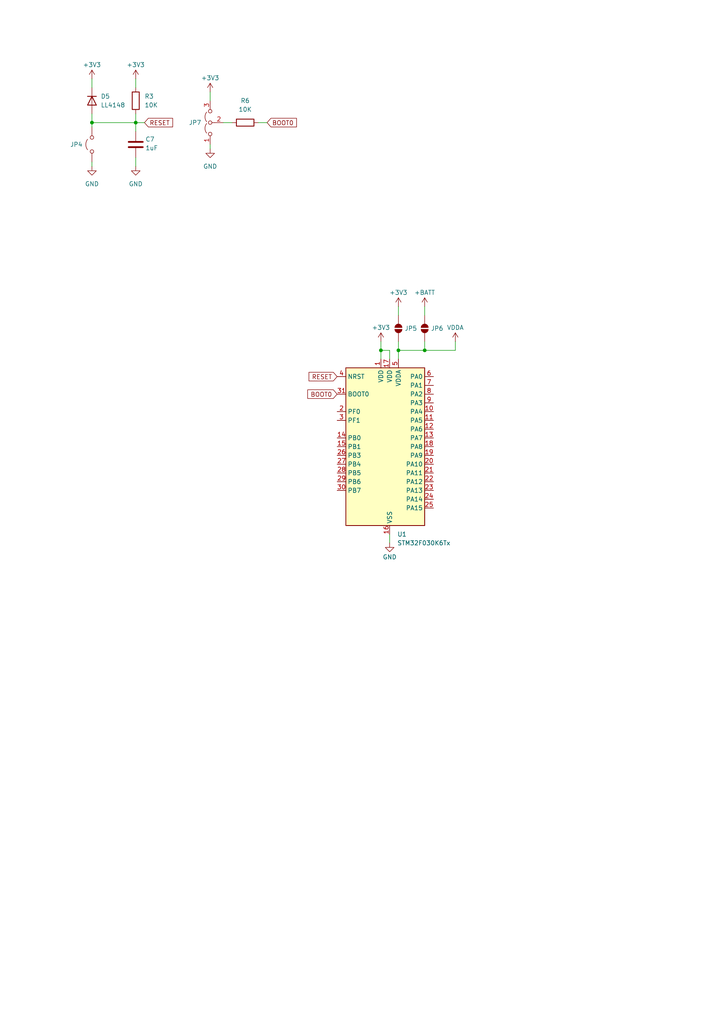
<source format=kicad_sch>
(kicad_sch
	(version 20231120)
	(generator "eeschema")
	(generator_version "8.0")
	(uuid "2299aa35-70d3-45eb-9726-8fe842efacc7")
	(paper "A4" portrait)
	(lib_symbols
		(symbol "Device:C"
			(pin_numbers hide)
			(pin_names
				(offset 0.254)
			)
			(exclude_from_sim no)
			(in_bom yes)
			(on_board yes)
			(property "Reference" "C"
				(at 0.635 2.54 0)
				(effects
					(font
						(size 1.27 1.27)
					)
					(justify left)
				)
			)
			(property "Value" "C"
				(at 0.635 -2.54 0)
				(effects
					(font
						(size 1.27 1.27)
					)
					(justify left)
				)
			)
			(property "Footprint" ""
				(at 0.9652 -3.81 0)
				(effects
					(font
						(size 1.27 1.27)
					)
					(hide yes)
				)
			)
			(property "Datasheet" "~"
				(at 0 0 0)
				(effects
					(font
						(size 1.27 1.27)
					)
					(hide yes)
				)
			)
			(property "Description" "Unpolarized capacitor"
				(at 0 0 0)
				(effects
					(font
						(size 1.27 1.27)
					)
					(hide yes)
				)
			)
			(property "ki_keywords" "cap capacitor"
				(at 0 0 0)
				(effects
					(font
						(size 1.27 1.27)
					)
					(hide yes)
				)
			)
			(property "ki_fp_filters" "C_*"
				(at 0 0 0)
				(effects
					(font
						(size 1.27 1.27)
					)
					(hide yes)
				)
			)
			(symbol "C_0_1"
				(polyline
					(pts
						(xy -2.032 -0.762) (xy 2.032 -0.762)
					)
					(stroke
						(width 0.508)
						(type default)
					)
					(fill
						(type none)
					)
				)
				(polyline
					(pts
						(xy -2.032 0.762) (xy 2.032 0.762)
					)
					(stroke
						(width 0.508)
						(type default)
					)
					(fill
						(type none)
					)
				)
			)
			(symbol "C_1_1"
				(pin passive line
					(at 0 3.81 270)
					(length 2.794)
					(name "~"
						(effects
							(font
								(size 1.27 1.27)
							)
						)
					)
					(number "1"
						(effects
							(font
								(size 1.27 1.27)
							)
						)
					)
				)
				(pin passive line
					(at 0 -3.81 90)
					(length 2.794)
					(name "~"
						(effects
							(font
								(size 1.27 1.27)
							)
						)
					)
					(number "2"
						(effects
							(font
								(size 1.27 1.27)
							)
						)
					)
				)
			)
		)
		(symbol "Device:R"
			(pin_numbers hide)
			(pin_names
				(offset 0)
			)
			(exclude_from_sim no)
			(in_bom yes)
			(on_board yes)
			(property "Reference" "R"
				(at 2.032 0 90)
				(effects
					(font
						(size 1.27 1.27)
					)
				)
			)
			(property "Value" "R"
				(at 0 0 90)
				(effects
					(font
						(size 1.27 1.27)
					)
				)
			)
			(property "Footprint" ""
				(at -1.778 0 90)
				(effects
					(font
						(size 1.27 1.27)
					)
					(hide yes)
				)
			)
			(property "Datasheet" "~"
				(at 0 0 0)
				(effects
					(font
						(size 1.27 1.27)
					)
					(hide yes)
				)
			)
			(property "Description" "Resistor"
				(at 0 0 0)
				(effects
					(font
						(size 1.27 1.27)
					)
					(hide yes)
				)
			)
			(property "ki_keywords" "R res resistor"
				(at 0 0 0)
				(effects
					(font
						(size 1.27 1.27)
					)
					(hide yes)
				)
			)
			(property "ki_fp_filters" "R_*"
				(at 0 0 0)
				(effects
					(font
						(size 1.27 1.27)
					)
					(hide yes)
				)
			)
			(symbol "R_0_1"
				(rectangle
					(start -1.016 -2.54)
					(end 1.016 2.54)
					(stroke
						(width 0.254)
						(type default)
					)
					(fill
						(type none)
					)
				)
			)
			(symbol "R_1_1"
				(pin passive line
					(at 0 3.81 270)
					(length 1.27)
					(name "~"
						(effects
							(font
								(size 1.27 1.27)
							)
						)
					)
					(number "1"
						(effects
							(font
								(size 1.27 1.27)
							)
						)
					)
				)
				(pin passive line
					(at 0 -3.81 90)
					(length 1.27)
					(name "~"
						(effects
							(font
								(size 1.27 1.27)
							)
						)
					)
					(number "2"
						(effects
							(font
								(size 1.27 1.27)
							)
						)
					)
				)
			)
		)
		(symbol "Diode:LL4148"
			(pin_numbers hide)
			(pin_names hide)
			(exclude_from_sim no)
			(in_bom yes)
			(on_board yes)
			(property "Reference" "D"
				(at 0 2.54 0)
				(effects
					(font
						(size 1.27 1.27)
					)
				)
			)
			(property "Value" "LL4148"
				(at 0 -2.54 0)
				(effects
					(font
						(size 1.27 1.27)
					)
				)
			)
			(property "Footprint" "Diode_SMD:D_MiniMELF"
				(at 0 -4.445 0)
				(effects
					(font
						(size 1.27 1.27)
					)
					(hide yes)
				)
			)
			(property "Datasheet" "http://www.vishay.com/docs/85557/ll4148.pdf"
				(at 0 0 0)
				(effects
					(font
						(size 1.27 1.27)
					)
					(hide yes)
				)
			)
			(property "Description" "100V 0.15A standard switching diode, MiniMELF"
				(at 0 0 0)
				(effects
					(font
						(size 1.27 1.27)
					)
					(hide yes)
				)
			)
			(property "Sim.Device" "D"
				(at 0 0 0)
				(effects
					(font
						(size 1.27 1.27)
					)
					(hide yes)
				)
			)
			(property "Sim.Pins" "1=K 2=A"
				(at 0 0 0)
				(effects
					(font
						(size 1.27 1.27)
					)
					(hide yes)
				)
			)
			(property "ki_keywords" "diode"
				(at 0 0 0)
				(effects
					(font
						(size 1.27 1.27)
					)
					(hide yes)
				)
			)
			(property "ki_fp_filters" "D*MiniMELF*"
				(at 0 0 0)
				(effects
					(font
						(size 1.27 1.27)
					)
					(hide yes)
				)
			)
			(symbol "LL4148_0_1"
				(polyline
					(pts
						(xy -1.27 1.27) (xy -1.27 -1.27)
					)
					(stroke
						(width 0.254)
						(type default)
					)
					(fill
						(type none)
					)
				)
				(polyline
					(pts
						(xy 1.27 0) (xy -1.27 0)
					)
					(stroke
						(width 0)
						(type default)
					)
					(fill
						(type none)
					)
				)
				(polyline
					(pts
						(xy 1.27 1.27) (xy 1.27 -1.27) (xy -1.27 0) (xy 1.27 1.27)
					)
					(stroke
						(width 0.254)
						(type default)
					)
					(fill
						(type none)
					)
				)
			)
			(symbol "LL4148_1_1"
				(pin passive line
					(at -3.81 0 0)
					(length 2.54)
					(name "K"
						(effects
							(font
								(size 1.27 1.27)
							)
						)
					)
					(number "1"
						(effects
							(font
								(size 1.27 1.27)
							)
						)
					)
				)
				(pin passive line
					(at 3.81 0 180)
					(length 2.54)
					(name "A"
						(effects
							(font
								(size 1.27 1.27)
							)
						)
					)
					(number "2"
						(effects
							(font
								(size 1.27 1.27)
							)
						)
					)
				)
			)
		)
		(symbol "Jumper:Jumper_2_Open"
			(pin_numbers hide)
			(pin_names
				(offset 0) hide)
			(exclude_from_sim yes)
			(in_bom yes)
			(on_board yes)
			(property "Reference" "JP"
				(at 0 2.794 0)
				(effects
					(font
						(size 1.27 1.27)
					)
				)
			)
			(property "Value" "Jumper_2_Open"
				(at 0 -2.286 0)
				(effects
					(font
						(size 1.27 1.27)
					)
				)
			)
			(property "Footprint" ""
				(at 0 0 0)
				(effects
					(font
						(size 1.27 1.27)
					)
					(hide yes)
				)
			)
			(property "Datasheet" "~"
				(at 0 0 0)
				(effects
					(font
						(size 1.27 1.27)
					)
					(hide yes)
				)
			)
			(property "Description" "Jumper, 2-pole, open"
				(at 0 0 0)
				(effects
					(font
						(size 1.27 1.27)
					)
					(hide yes)
				)
			)
			(property "ki_keywords" "Jumper SPST"
				(at 0 0 0)
				(effects
					(font
						(size 1.27 1.27)
					)
					(hide yes)
				)
			)
			(property "ki_fp_filters" "Jumper* TestPoint*2Pads* TestPoint*Bridge*"
				(at 0 0 0)
				(effects
					(font
						(size 1.27 1.27)
					)
					(hide yes)
				)
			)
			(symbol "Jumper_2_Open_0_0"
				(circle
					(center -2.032 0)
					(radius 0.508)
					(stroke
						(width 0)
						(type default)
					)
					(fill
						(type none)
					)
				)
				(circle
					(center 2.032 0)
					(radius 0.508)
					(stroke
						(width 0)
						(type default)
					)
					(fill
						(type none)
					)
				)
			)
			(symbol "Jumper_2_Open_0_1"
				(arc
					(start 1.524 1.27)
					(mid 0 1.778)
					(end -1.524 1.27)
					(stroke
						(width 0)
						(type default)
					)
					(fill
						(type none)
					)
				)
			)
			(symbol "Jumper_2_Open_1_1"
				(pin passive line
					(at -5.08 0 0)
					(length 2.54)
					(name "A"
						(effects
							(font
								(size 1.27 1.27)
							)
						)
					)
					(number "1"
						(effects
							(font
								(size 1.27 1.27)
							)
						)
					)
				)
				(pin passive line
					(at 5.08 0 180)
					(length 2.54)
					(name "B"
						(effects
							(font
								(size 1.27 1.27)
							)
						)
					)
					(number "2"
						(effects
							(font
								(size 1.27 1.27)
							)
						)
					)
				)
			)
		)
		(symbol "Jumper:Jumper_3_Open"
			(pin_names
				(offset 0) hide)
			(exclude_from_sim yes)
			(in_bom no)
			(on_board yes)
			(property "Reference" "JP"
				(at -2.54 -2.54 0)
				(effects
					(font
						(size 1.27 1.27)
					)
				)
			)
			(property "Value" "Jumper_3_Open"
				(at 0 2.794 0)
				(effects
					(font
						(size 1.27 1.27)
					)
				)
			)
			(property "Footprint" ""
				(at 0 0 0)
				(effects
					(font
						(size 1.27 1.27)
					)
					(hide yes)
				)
			)
			(property "Datasheet" "~"
				(at 0 0 0)
				(effects
					(font
						(size 1.27 1.27)
					)
					(hide yes)
				)
			)
			(property "Description" "Jumper, 3-pole, both open"
				(at 0 0 0)
				(effects
					(font
						(size 1.27 1.27)
					)
					(hide yes)
				)
			)
			(property "ki_keywords" "Jumper SPDT"
				(at 0 0 0)
				(effects
					(font
						(size 1.27 1.27)
					)
					(hide yes)
				)
			)
			(property "ki_fp_filters" "Jumper* TestPoint*3Pads* TestPoint*Bridge*"
				(at 0 0 0)
				(effects
					(font
						(size 1.27 1.27)
					)
					(hide yes)
				)
			)
			(symbol "Jumper_3_Open_0_0"
				(circle
					(center -3.302 0)
					(radius 0.508)
					(stroke
						(width 0)
						(type default)
					)
					(fill
						(type none)
					)
				)
				(circle
					(center 0 0)
					(radius 0.508)
					(stroke
						(width 0)
						(type default)
					)
					(fill
						(type none)
					)
				)
				(circle
					(center 3.302 0)
					(radius 0.508)
					(stroke
						(width 0)
						(type default)
					)
					(fill
						(type none)
					)
				)
			)
			(symbol "Jumper_3_Open_0_1"
				(arc
					(start -0.254 1.016)
					(mid -1.651 1.4992)
					(end -3.048 1.016)
					(stroke
						(width 0)
						(type default)
					)
					(fill
						(type none)
					)
				)
				(polyline
					(pts
						(xy 0 -0.508) (xy 0 -1.27)
					)
					(stroke
						(width 0)
						(type default)
					)
					(fill
						(type none)
					)
				)
				(arc
					(start 3.048 1.016)
					(mid 1.651 1.4992)
					(end 0.254 1.016)
					(stroke
						(width 0)
						(type default)
					)
					(fill
						(type none)
					)
				)
			)
			(symbol "Jumper_3_Open_1_1"
				(pin passive line
					(at -6.35 0 0)
					(length 2.54)
					(name "A"
						(effects
							(font
								(size 1.27 1.27)
							)
						)
					)
					(number "1"
						(effects
							(font
								(size 1.27 1.27)
							)
						)
					)
				)
				(pin passive line
					(at 0 -3.81 90)
					(length 2.54)
					(name "C"
						(effects
							(font
								(size 1.27 1.27)
							)
						)
					)
					(number "2"
						(effects
							(font
								(size 1.27 1.27)
							)
						)
					)
				)
				(pin passive line
					(at 6.35 0 180)
					(length 2.54)
					(name "B"
						(effects
							(font
								(size 1.27 1.27)
							)
						)
					)
					(number "3"
						(effects
							(font
								(size 1.27 1.27)
							)
						)
					)
				)
			)
		)
		(symbol "Jumper:SolderJumper_2_Open"
			(pin_numbers hide)
			(pin_names
				(offset 0) hide)
			(exclude_from_sim yes)
			(in_bom no)
			(on_board yes)
			(property "Reference" "JP"
				(at 0 2.032 0)
				(effects
					(font
						(size 1.27 1.27)
					)
				)
			)
			(property "Value" "SolderJumper_2_Open"
				(at 0 -2.54 0)
				(effects
					(font
						(size 1.27 1.27)
					)
				)
			)
			(property "Footprint" ""
				(at 0 0 0)
				(effects
					(font
						(size 1.27 1.27)
					)
					(hide yes)
				)
			)
			(property "Datasheet" "~"
				(at 0 0 0)
				(effects
					(font
						(size 1.27 1.27)
					)
					(hide yes)
				)
			)
			(property "Description" "Solder Jumper, 2-pole, open"
				(at 0 0 0)
				(effects
					(font
						(size 1.27 1.27)
					)
					(hide yes)
				)
			)
			(property "ki_keywords" "solder jumper SPST"
				(at 0 0 0)
				(effects
					(font
						(size 1.27 1.27)
					)
					(hide yes)
				)
			)
			(property "ki_fp_filters" "SolderJumper*Open*"
				(at 0 0 0)
				(effects
					(font
						(size 1.27 1.27)
					)
					(hide yes)
				)
			)
			(symbol "SolderJumper_2_Open_0_1"
				(arc
					(start -0.254 1.016)
					(mid -1.2656 0)
					(end -0.254 -1.016)
					(stroke
						(width 0)
						(type default)
					)
					(fill
						(type none)
					)
				)
				(arc
					(start -0.254 1.016)
					(mid -1.2656 0)
					(end -0.254 -1.016)
					(stroke
						(width 0)
						(type default)
					)
					(fill
						(type outline)
					)
				)
				(polyline
					(pts
						(xy -0.254 1.016) (xy -0.254 -1.016)
					)
					(stroke
						(width 0)
						(type default)
					)
					(fill
						(type none)
					)
				)
				(polyline
					(pts
						(xy 0.254 1.016) (xy 0.254 -1.016)
					)
					(stroke
						(width 0)
						(type default)
					)
					(fill
						(type none)
					)
				)
				(arc
					(start 0.254 -1.016)
					(mid 1.2656 0)
					(end 0.254 1.016)
					(stroke
						(width 0)
						(type default)
					)
					(fill
						(type none)
					)
				)
				(arc
					(start 0.254 -1.016)
					(mid 1.2656 0)
					(end 0.254 1.016)
					(stroke
						(width 0)
						(type default)
					)
					(fill
						(type outline)
					)
				)
			)
			(symbol "SolderJumper_2_Open_1_1"
				(pin passive line
					(at -3.81 0 0)
					(length 2.54)
					(name "A"
						(effects
							(font
								(size 1.27 1.27)
							)
						)
					)
					(number "1"
						(effects
							(font
								(size 1.27 1.27)
							)
						)
					)
				)
				(pin passive line
					(at 3.81 0 180)
					(length 2.54)
					(name "B"
						(effects
							(font
								(size 1.27 1.27)
							)
						)
					)
					(number "2"
						(effects
							(font
								(size 1.27 1.27)
							)
						)
					)
				)
			)
		)
		(symbol "MCU_ST_STM32F0:STM32F030K6Tx"
			(exclude_from_sim no)
			(in_bom yes)
			(on_board yes)
			(property "Reference" "U"
				(at -10.16 24.13 0)
				(effects
					(font
						(size 1.27 1.27)
					)
					(justify left)
				)
			)
			(property "Value" "STM32F030K6Tx"
				(at 7.62 24.13 0)
				(effects
					(font
						(size 1.27 1.27)
					)
					(justify left)
				)
			)
			(property "Footprint" "Package_QFP:LQFP-32_7x7mm_P0.8mm"
				(at -10.16 -22.86 0)
				(effects
					(font
						(size 1.27 1.27)
					)
					(justify right)
					(hide yes)
				)
			)
			(property "Datasheet" "https://www.st.com/resource/en/datasheet/stm32f030k6.pdf"
				(at 0 0 0)
				(effects
					(font
						(size 1.27 1.27)
					)
					(hide yes)
				)
			)
			(property "Description" "STMicroelectronics Arm Cortex-M0 MCU, 32KB flash, 4KB RAM, 48 MHz, 2.4-3.6V, 25 GPIO, LQFP32"
				(at 0 0 0)
				(effects
					(font
						(size 1.27 1.27)
					)
					(hide yes)
				)
			)
			(property "ki_locked" ""
				(at 0 0 0)
				(effects
					(font
						(size 1.27 1.27)
					)
				)
			)
			(property "ki_keywords" "Arm Cortex-M0 STM32F0 STM32F0x0 Value Line"
				(at 0 0 0)
				(effects
					(font
						(size 1.27 1.27)
					)
					(hide yes)
				)
			)
			(property "ki_fp_filters" "LQFP*7x7mm*P0.8mm*"
				(at 0 0 0)
				(effects
					(font
						(size 1.27 1.27)
					)
					(hide yes)
				)
			)
			(symbol "STM32F030K6Tx_0_1"
				(rectangle
					(start -10.16 -22.86)
					(end 12.7 22.86)
					(stroke
						(width 0.254)
						(type default)
					)
					(fill
						(type background)
					)
				)
			)
			(symbol "STM32F030K6Tx_1_1"
				(pin power_in line
					(at 0 25.4 270)
					(length 2.54)
					(name "VDD"
						(effects
							(font
								(size 1.27 1.27)
							)
						)
					)
					(number "1"
						(effects
							(font
								(size 1.27 1.27)
							)
						)
					)
				)
				(pin bidirectional line
					(at 15.24 10.16 180)
					(length 2.54)
					(name "PA4"
						(effects
							(font
								(size 1.27 1.27)
							)
						)
					)
					(number "10"
						(effects
							(font
								(size 1.27 1.27)
							)
						)
					)
					(alternate "ADC_IN4" bidirectional line)
					(alternate "SPI1_NSS" bidirectional line)
					(alternate "TIM14_CH1" bidirectional line)
					(alternate "USART1_CK" bidirectional line)
				)
				(pin bidirectional line
					(at 15.24 7.62 180)
					(length 2.54)
					(name "PA5"
						(effects
							(font
								(size 1.27 1.27)
							)
						)
					)
					(number "11"
						(effects
							(font
								(size 1.27 1.27)
							)
						)
					)
					(alternate "ADC_IN5" bidirectional line)
					(alternate "SPI1_SCK" bidirectional line)
				)
				(pin bidirectional line
					(at 15.24 5.08 180)
					(length 2.54)
					(name "PA6"
						(effects
							(font
								(size 1.27 1.27)
							)
						)
					)
					(number "12"
						(effects
							(font
								(size 1.27 1.27)
							)
						)
					)
					(alternate "ADC_IN6" bidirectional line)
					(alternate "SPI1_MISO" bidirectional line)
					(alternate "TIM16_CH1" bidirectional line)
					(alternate "TIM1_BKIN" bidirectional line)
					(alternate "TIM3_CH1" bidirectional line)
				)
				(pin bidirectional line
					(at 15.24 2.54 180)
					(length 2.54)
					(name "PA7"
						(effects
							(font
								(size 1.27 1.27)
							)
						)
					)
					(number "13"
						(effects
							(font
								(size 1.27 1.27)
							)
						)
					)
					(alternate "ADC_IN7" bidirectional line)
					(alternate "SPI1_MOSI" bidirectional line)
					(alternate "TIM14_CH1" bidirectional line)
					(alternate "TIM17_CH1" bidirectional line)
					(alternate "TIM1_CH1N" bidirectional line)
					(alternate "TIM3_CH2" bidirectional line)
				)
				(pin bidirectional line
					(at -12.7 2.54 0)
					(length 2.54)
					(name "PB0"
						(effects
							(font
								(size 1.27 1.27)
							)
						)
					)
					(number "14"
						(effects
							(font
								(size 1.27 1.27)
							)
						)
					)
					(alternate "ADC_IN8" bidirectional line)
					(alternate "TIM1_CH2N" bidirectional line)
					(alternate "TIM3_CH3" bidirectional line)
				)
				(pin bidirectional line
					(at -12.7 0 0)
					(length 2.54)
					(name "PB1"
						(effects
							(font
								(size 1.27 1.27)
							)
						)
					)
					(number "15"
						(effects
							(font
								(size 1.27 1.27)
							)
						)
					)
					(alternate "ADC_IN9" bidirectional line)
					(alternate "TIM14_CH1" bidirectional line)
					(alternate "TIM1_CH3N" bidirectional line)
					(alternate "TIM3_CH4" bidirectional line)
				)
				(pin power_in line
					(at 2.54 -25.4 90)
					(length 2.54)
					(name "VSS"
						(effects
							(font
								(size 1.27 1.27)
							)
						)
					)
					(number "16"
						(effects
							(font
								(size 1.27 1.27)
							)
						)
					)
				)
				(pin power_in line
					(at 2.54 25.4 270)
					(length 2.54)
					(name "VDD"
						(effects
							(font
								(size 1.27 1.27)
							)
						)
					)
					(number "17"
						(effects
							(font
								(size 1.27 1.27)
							)
						)
					)
				)
				(pin bidirectional line
					(at 15.24 0 180)
					(length 2.54)
					(name "PA8"
						(effects
							(font
								(size 1.27 1.27)
							)
						)
					)
					(number "18"
						(effects
							(font
								(size 1.27 1.27)
							)
						)
					)
					(alternate "RCC_MCO" bidirectional line)
					(alternate "TIM1_CH1" bidirectional line)
					(alternate "USART1_CK" bidirectional line)
				)
				(pin bidirectional line
					(at 15.24 -2.54 180)
					(length 2.54)
					(name "PA9"
						(effects
							(font
								(size 1.27 1.27)
							)
						)
					)
					(number "19"
						(effects
							(font
								(size 1.27 1.27)
							)
						)
					)
					(alternate "I2C1_SCL" bidirectional line)
					(alternate "TIM1_CH2" bidirectional line)
					(alternate "USART1_TX" bidirectional line)
				)
				(pin bidirectional line
					(at -12.7 10.16 0)
					(length 2.54)
					(name "PF0"
						(effects
							(font
								(size 1.27 1.27)
							)
						)
					)
					(number "2"
						(effects
							(font
								(size 1.27 1.27)
							)
						)
					)
					(alternate "RCC_OSC_IN" bidirectional line)
				)
				(pin bidirectional line
					(at 15.24 -5.08 180)
					(length 2.54)
					(name "PA10"
						(effects
							(font
								(size 1.27 1.27)
							)
						)
					)
					(number "20"
						(effects
							(font
								(size 1.27 1.27)
							)
						)
					)
					(alternate "I2C1_SDA" bidirectional line)
					(alternate "TIM17_BKIN" bidirectional line)
					(alternate "TIM1_CH3" bidirectional line)
					(alternate "USART1_RX" bidirectional line)
				)
				(pin bidirectional line
					(at 15.24 -7.62 180)
					(length 2.54)
					(name "PA11"
						(effects
							(font
								(size 1.27 1.27)
							)
						)
					)
					(number "21"
						(effects
							(font
								(size 1.27 1.27)
							)
						)
					)
					(alternate "TIM1_CH4" bidirectional line)
					(alternate "USART1_CTS" bidirectional line)
				)
				(pin bidirectional line
					(at 15.24 -10.16 180)
					(length 2.54)
					(name "PA12"
						(effects
							(font
								(size 1.27 1.27)
							)
						)
					)
					(number "22"
						(effects
							(font
								(size 1.27 1.27)
							)
						)
					)
					(alternate "TIM1_ETR" bidirectional line)
					(alternate "USART1_DE" bidirectional line)
					(alternate "USART1_RTS" bidirectional line)
				)
				(pin bidirectional line
					(at 15.24 -12.7 180)
					(length 2.54)
					(name "PA13"
						(effects
							(font
								(size 1.27 1.27)
							)
						)
					)
					(number "23"
						(effects
							(font
								(size 1.27 1.27)
							)
						)
					)
					(alternate "IR_OUT" bidirectional line)
					(alternate "SYS_SWDIO" bidirectional line)
				)
				(pin bidirectional line
					(at 15.24 -15.24 180)
					(length 2.54)
					(name "PA14"
						(effects
							(font
								(size 1.27 1.27)
							)
						)
					)
					(number "24"
						(effects
							(font
								(size 1.27 1.27)
							)
						)
					)
					(alternate "SYS_SWCLK" bidirectional line)
					(alternate "USART1_TX" bidirectional line)
				)
				(pin bidirectional line
					(at 15.24 -17.78 180)
					(length 2.54)
					(name "PA15"
						(effects
							(font
								(size 1.27 1.27)
							)
						)
					)
					(number "25"
						(effects
							(font
								(size 1.27 1.27)
							)
						)
					)
					(alternate "SPI1_NSS" bidirectional line)
					(alternate "USART1_RX" bidirectional line)
				)
				(pin bidirectional line
					(at -12.7 -2.54 0)
					(length 2.54)
					(name "PB3"
						(effects
							(font
								(size 1.27 1.27)
							)
						)
					)
					(number "26"
						(effects
							(font
								(size 1.27 1.27)
							)
						)
					)
					(alternate "SPI1_SCK" bidirectional line)
				)
				(pin bidirectional line
					(at -12.7 -5.08 0)
					(length 2.54)
					(name "PB4"
						(effects
							(font
								(size 1.27 1.27)
							)
						)
					)
					(number "27"
						(effects
							(font
								(size 1.27 1.27)
							)
						)
					)
					(alternate "SPI1_MISO" bidirectional line)
					(alternate "TIM3_CH1" bidirectional line)
				)
				(pin bidirectional line
					(at -12.7 -7.62 0)
					(length 2.54)
					(name "PB5"
						(effects
							(font
								(size 1.27 1.27)
							)
						)
					)
					(number "28"
						(effects
							(font
								(size 1.27 1.27)
							)
						)
					)
					(alternate "I2C1_SMBA" bidirectional line)
					(alternate "SPI1_MOSI" bidirectional line)
					(alternate "TIM16_BKIN" bidirectional line)
					(alternate "TIM3_CH2" bidirectional line)
				)
				(pin bidirectional line
					(at -12.7 -10.16 0)
					(length 2.54)
					(name "PB6"
						(effects
							(font
								(size 1.27 1.27)
							)
						)
					)
					(number "29"
						(effects
							(font
								(size 1.27 1.27)
							)
						)
					)
					(alternate "I2C1_SCL" bidirectional line)
					(alternate "TIM16_CH1N" bidirectional line)
					(alternate "USART1_TX" bidirectional line)
				)
				(pin bidirectional line
					(at -12.7 7.62 0)
					(length 2.54)
					(name "PF1"
						(effects
							(font
								(size 1.27 1.27)
							)
						)
					)
					(number "3"
						(effects
							(font
								(size 1.27 1.27)
							)
						)
					)
					(alternate "RCC_OSC_OUT" bidirectional line)
				)
				(pin bidirectional line
					(at -12.7 -12.7 0)
					(length 2.54)
					(name "PB7"
						(effects
							(font
								(size 1.27 1.27)
							)
						)
					)
					(number "30"
						(effects
							(font
								(size 1.27 1.27)
							)
						)
					)
					(alternate "I2C1_SDA" bidirectional line)
					(alternate "TIM17_CH1N" bidirectional line)
					(alternate "USART1_RX" bidirectional line)
				)
				(pin input line
					(at -12.7 15.24 0)
					(length 2.54)
					(name "BOOT0"
						(effects
							(font
								(size 1.27 1.27)
							)
						)
					)
					(number "31"
						(effects
							(font
								(size 1.27 1.27)
							)
						)
					)
				)
				(pin passive line
					(at 2.54 -25.4 90)
					(length 2.54) hide
					(name "VSS"
						(effects
							(font
								(size 1.27 1.27)
							)
						)
					)
					(number "32"
						(effects
							(font
								(size 1.27 1.27)
							)
						)
					)
				)
				(pin input line
					(at -12.7 20.32 0)
					(length 2.54)
					(name "NRST"
						(effects
							(font
								(size 1.27 1.27)
							)
						)
					)
					(number "4"
						(effects
							(font
								(size 1.27 1.27)
							)
						)
					)
				)
				(pin power_in line
					(at 5.08 25.4 270)
					(length 2.54)
					(name "VDDA"
						(effects
							(font
								(size 1.27 1.27)
							)
						)
					)
					(number "5"
						(effects
							(font
								(size 1.27 1.27)
							)
						)
					)
				)
				(pin bidirectional line
					(at 15.24 20.32 180)
					(length 2.54)
					(name "PA0"
						(effects
							(font
								(size 1.27 1.27)
							)
						)
					)
					(number "6"
						(effects
							(font
								(size 1.27 1.27)
							)
						)
					)
					(alternate "ADC_IN0" bidirectional line)
					(alternate "RTC_TAMP2" bidirectional line)
					(alternate "SYS_WKUP1" bidirectional line)
					(alternate "USART1_CTS" bidirectional line)
				)
				(pin bidirectional line
					(at 15.24 17.78 180)
					(length 2.54)
					(name "PA1"
						(effects
							(font
								(size 1.27 1.27)
							)
						)
					)
					(number "7"
						(effects
							(font
								(size 1.27 1.27)
							)
						)
					)
					(alternate "ADC_IN1" bidirectional line)
					(alternate "USART1_DE" bidirectional line)
					(alternate "USART1_RTS" bidirectional line)
				)
				(pin bidirectional line
					(at 15.24 15.24 180)
					(length 2.54)
					(name "PA2"
						(effects
							(font
								(size 1.27 1.27)
							)
						)
					)
					(number "8"
						(effects
							(font
								(size 1.27 1.27)
							)
						)
					)
					(alternate "ADC_IN2" bidirectional line)
					(alternate "USART1_TX" bidirectional line)
				)
				(pin bidirectional line
					(at 15.24 12.7 180)
					(length 2.54)
					(name "PA3"
						(effects
							(font
								(size 1.27 1.27)
							)
						)
					)
					(number "9"
						(effects
							(font
								(size 1.27 1.27)
							)
						)
					)
					(alternate "ADC_IN3" bidirectional line)
					(alternate "USART1_RX" bidirectional line)
				)
			)
		)
		(symbol "power:+3V3"
			(power)
			(pin_numbers hide)
			(pin_names
				(offset 0) hide)
			(exclude_from_sim no)
			(in_bom yes)
			(on_board yes)
			(property "Reference" "#PWR"
				(at 0 -3.81 0)
				(effects
					(font
						(size 1.27 1.27)
					)
					(hide yes)
				)
			)
			(property "Value" "+3V3"
				(at 0 3.556 0)
				(effects
					(font
						(size 1.27 1.27)
					)
				)
			)
			(property "Footprint" ""
				(at 0 0 0)
				(effects
					(font
						(size 1.27 1.27)
					)
					(hide yes)
				)
			)
			(property "Datasheet" ""
				(at 0 0 0)
				(effects
					(font
						(size 1.27 1.27)
					)
					(hide yes)
				)
			)
			(property "Description" "Power symbol creates a global label with name \"+3V3\""
				(at 0 0 0)
				(effects
					(font
						(size 1.27 1.27)
					)
					(hide yes)
				)
			)
			(property "ki_keywords" "global power"
				(at 0 0 0)
				(effects
					(font
						(size 1.27 1.27)
					)
					(hide yes)
				)
			)
			(symbol "+3V3_0_1"
				(polyline
					(pts
						(xy -0.762 1.27) (xy 0 2.54)
					)
					(stroke
						(width 0)
						(type default)
					)
					(fill
						(type none)
					)
				)
				(polyline
					(pts
						(xy 0 0) (xy 0 2.54)
					)
					(stroke
						(width 0)
						(type default)
					)
					(fill
						(type none)
					)
				)
				(polyline
					(pts
						(xy 0 2.54) (xy 0.762 1.27)
					)
					(stroke
						(width 0)
						(type default)
					)
					(fill
						(type none)
					)
				)
			)
			(symbol "+3V3_1_1"
				(pin power_in line
					(at 0 0 90)
					(length 0)
					(name "~"
						(effects
							(font
								(size 1.27 1.27)
							)
						)
					)
					(number "1"
						(effects
							(font
								(size 1.27 1.27)
							)
						)
					)
				)
			)
		)
		(symbol "power:+BATT"
			(power)
			(pin_numbers hide)
			(pin_names
				(offset 0) hide)
			(exclude_from_sim no)
			(in_bom yes)
			(on_board yes)
			(property "Reference" "#PWR"
				(at 0 -3.81 0)
				(effects
					(font
						(size 1.27 1.27)
					)
					(hide yes)
				)
			)
			(property "Value" "+BATT"
				(at 0 3.556 0)
				(effects
					(font
						(size 1.27 1.27)
					)
				)
			)
			(property "Footprint" ""
				(at 0 0 0)
				(effects
					(font
						(size 1.27 1.27)
					)
					(hide yes)
				)
			)
			(property "Datasheet" ""
				(at 0 0 0)
				(effects
					(font
						(size 1.27 1.27)
					)
					(hide yes)
				)
			)
			(property "Description" "Power symbol creates a global label with name \"+BATT\""
				(at 0 0 0)
				(effects
					(font
						(size 1.27 1.27)
					)
					(hide yes)
				)
			)
			(property "ki_keywords" "global power battery"
				(at 0 0 0)
				(effects
					(font
						(size 1.27 1.27)
					)
					(hide yes)
				)
			)
			(symbol "+BATT_0_1"
				(polyline
					(pts
						(xy -0.762 1.27) (xy 0 2.54)
					)
					(stroke
						(width 0)
						(type default)
					)
					(fill
						(type none)
					)
				)
				(polyline
					(pts
						(xy 0 0) (xy 0 2.54)
					)
					(stroke
						(width 0)
						(type default)
					)
					(fill
						(type none)
					)
				)
				(polyline
					(pts
						(xy 0 2.54) (xy 0.762 1.27)
					)
					(stroke
						(width 0)
						(type default)
					)
					(fill
						(type none)
					)
				)
			)
			(symbol "+BATT_1_1"
				(pin power_in line
					(at 0 0 90)
					(length 0)
					(name "~"
						(effects
							(font
								(size 1.27 1.27)
							)
						)
					)
					(number "1"
						(effects
							(font
								(size 1.27 1.27)
							)
						)
					)
				)
			)
		)
		(symbol "power:GND"
			(power)
			(pin_numbers hide)
			(pin_names
				(offset 0) hide)
			(exclude_from_sim no)
			(in_bom yes)
			(on_board yes)
			(property "Reference" "#PWR"
				(at 0 -6.35 0)
				(effects
					(font
						(size 1.27 1.27)
					)
					(hide yes)
				)
			)
			(property "Value" "GND"
				(at 0 -3.81 0)
				(effects
					(font
						(size 1.27 1.27)
					)
				)
			)
			(property "Footprint" ""
				(at 0 0 0)
				(effects
					(font
						(size 1.27 1.27)
					)
					(hide yes)
				)
			)
			(property "Datasheet" ""
				(at 0 0 0)
				(effects
					(font
						(size 1.27 1.27)
					)
					(hide yes)
				)
			)
			(property "Description" "Power symbol creates a global label with name \"GND\" , ground"
				(at 0 0 0)
				(effects
					(font
						(size 1.27 1.27)
					)
					(hide yes)
				)
			)
			(property "ki_keywords" "global power"
				(at 0 0 0)
				(effects
					(font
						(size 1.27 1.27)
					)
					(hide yes)
				)
			)
			(symbol "GND_0_1"
				(polyline
					(pts
						(xy 0 0) (xy 0 -1.27) (xy 1.27 -1.27) (xy 0 -2.54) (xy -1.27 -1.27) (xy 0 -1.27)
					)
					(stroke
						(width 0)
						(type default)
					)
					(fill
						(type none)
					)
				)
			)
			(symbol "GND_1_1"
				(pin power_in line
					(at 0 0 270)
					(length 0)
					(name "~"
						(effects
							(font
								(size 1.27 1.27)
							)
						)
					)
					(number "1"
						(effects
							(font
								(size 1.27 1.27)
							)
						)
					)
				)
			)
		)
		(symbol "power:VDDA"
			(power)
			(pin_numbers hide)
			(pin_names
				(offset 0) hide)
			(exclude_from_sim no)
			(in_bom yes)
			(on_board yes)
			(property "Reference" "#PWR"
				(at 0 -3.81 0)
				(effects
					(font
						(size 1.27 1.27)
					)
					(hide yes)
				)
			)
			(property "Value" "VDDA"
				(at 0 3.556 0)
				(effects
					(font
						(size 1.27 1.27)
					)
				)
			)
			(property "Footprint" ""
				(at 0 0 0)
				(effects
					(font
						(size 1.27 1.27)
					)
					(hide yes)
				)
			)
			(property "Datasheet" ""
				(at 0 0 0)
				(effects
					(font
						(size 1.27 1.27)
					)
					(hide yes)
				)
			)
			(property "Description" "Power symbol creates a global label with name \"VDDA\""
				(at 0 0 0)
				(effects
					(font
						(size 1.27 1.27)
					)
					(hide yes)
				)
			)
			(property "ki_keywords" "global power"
				(at 0 0 0)
				(effects
					(font
						(size 1.27 1.27)
					)
					(hide yes)
				)
			)
			(symbol "VDDA_0_1"
				(polyline
					(pts
						(xy -0.762 1.27) (xy 0 2.54)
					)
					(stroke
						(width 0)
						(type default)
					)
					(fill
						(type none)
					)
				)
				(polyline
					(pts
						(xy 0 0) (xy 0 2.54)
					)
					(stroke
						(width 0)
						(type default)
					)
					(fill
						(type none)
					)
				)
				(polyline
					(pts
						(xy 0 2.54) (xy 0.762 1.27)
					)
					(stroke
						(width 0)
						(type default)
					)
					(fill
						(type none)
					)
				)
			)
			(symbol "VDDA_1_1"
				(pin power_in line
					(at 0 0 90)
					(length 0)
					(name "~"
						(effects
							(font
								(size 1.27 1.27)
							)
						)
					)
					(number "1"
						(effects
							(font
								(size 1.27 1.27)
							)
						)
					)
				)
			)
		)
	)
	(junction
		(at 115.57 101.6)
		(diameter 0)
		(color 0 0 0 0)
		(uuid "27b24449-ea15-4145-af14-97eb99c61132")
	)
	(junction
		(at 39.37 35.56)
		(diameter 0)
		(color 0 0 0 0)
		(uuid "638b92dd-f10e-472a-b658-01b7eab24a1d")
	)
	(junction
		(at 123.19 101.6)
		(diameter 0)
		(color 0 0 0 0)
		(uuid "c26a6bc7-e142-40e7-b5ef-c0d6134e628c")
	)
	(junction
		(at 26.67 35.56)
		(diameter 0)
		(color 0 0 0 0)
		(uuid "d86d28e9-02ed-4b20-ad32-cd268bf4a469")
	)
	(junction
		(at 110.49 101.6)
		(diameter 0)
		(color 0 0 0 0)
		(uuid "da39ae7b-57c6-4a7f-956d-9311a388653c")
	)
	(wire
		(pts
			(xy 39.37 22.86) (xy 39.37 25.4)
		)
		(stroke
			(width 0)
			(type default)
		)
		(uuid "0d98fe2d-de90-46cc-953f-6f723ae2283e")
	)
	(wire
		(pts
			(xy 113.03 154.94) (xy 113.03 157.48)
		)
		(stroke
			(width 0)
			(type default)
		)
		(uuid "10b4c2e0-6edd-4566-acd8-de98e8e2babf")
	)
	(wire
		(pts
			(xy 39.37 35.56) (xy 39.37 38.1)
		)
		(stroke
			(width 0)
			(type default)
		)
		(uuid "1522ce62-d612-4583-aa7c-aa9e3221925f")
	)
	(wire
		(pts
			(xy 26.67 35.56) (xy 39.37 35.56)
		)
		(stroke
			(width 0)
			(type default)
		)
		(uuid "1a177602-769b-4959-ba96-a1cd50d98b9c")
	)
	(wire
		(pts
			(xy 115.57 88.9) (xy 115.57 91.44)
		)
		(stroke
			(width 0)
			(type default)
		)
		(uuid "20e735e4-1e99-4ec0-8c33-036471bfd32b")
	)
	(wire
		(pts
			(xy 115.57 99.06) (xy 115.57 101.6)
		)
		(stroke
			(width 0)
			(type default)
		)
		(uuid "21e28ce3-151a-408f-855d-83ba9b071281")
	)
	(wire
		(pts
			(xy 115.57 101.6) (xy 115.57 104.14)
		)
		(stroke
			(width 0)
			(type default)
		)
		(uuid "2db3c1ba-7200-4072-9064-ee6643bcfb61")
	)
	(wire
		(pts
			(xy 60.96 41.91) (xy 60.96 43.18)
		)
		(stroke
			(width 0)
			(type default)
		)
		(uuid "2f701e53-1f71-4773-9d6a-5e3be94ad061")
	)
	(wire
		(pts
			(xy 123.19 99.06) (xy 123.19 101.6)
		)
		(stroke
			(width 0)
			(type default)
		)
		(uuid "2fa26881-fea4-4446-944e-e027912ca466")
	)
	(wire
		(pts
			(xy 74.93 35.56) (xy 77.47 35.56)
		)
		(stroke
			(width 0)
			(type default)
		)
		(uuid "32b4d5f9-37fe-4fcc-909f-11af6b3e4f3c")
	)
	(wire
		(pts
			(xy 113.03 104.14) (xy 113.03 101.6)
		)
		(stroke
			(width 0)
			(type default)
		)
		(uuid "50c273ea-b628-4b94-8a7d-c0c48dec6078")
	)
	(wire
		(pts
			(xy 39.37 35.56) (xy 41.91 35.56)
		)
		(stroke
			(width 0)
			(type default)
		)
		(uuid "5535085d-524f-40f4-a65d-fe9e36ac0166")
	)
	(wire
		(pts
			(xy 60.96 26.67) (xy 60.96 29.21)
		)
		(stroke
			(width 0)
			(type default)
		)
		(uuid "5d15cb47-eb80-46e9-8341-19a80a431014")
	)
	(wire
		(pts
			(xy 39.37 35.56) (xy 39.37 33.02)
		)
		(stroke
			(width 0)
			(type default)
		)
		(uuid "7730117a-b421-46bf-b967-34cbb9367973")
	)
	(wire
		(pts
			(xy 64.77 35.56) (xy 67.31 35.56)
		)
		(stroke
			(width 0)
			(type default)
		)
		(uuid "7948f4cb-5efa-459a-93e0-5b52d3af9dad")
	)
	(wire
		(pts
			(xy 132.08 101.6) (xy 123.19 101.6)
		)
		(stroke
			(width 0)
			(type default)
		)
		(uuid "978b0640-5c1c-4602-a74d-1bdd13ca850f")
	)
	(wire
		(pts
			(xy 113.03 101.6) (xy 110.49 101.6)
		)
		(stroke
			(width 0)
			(type default)
		)
		(uuid "9df3fd7d-ca63-4a79-8d48-b9c15161f53d")
	)
	(wire
		(pts
			(xy 26.67 33.02) (xy 26.67 35.56)
		)
		(stroke
			(width 0)
			(type default)
		)
		(uuid "9e32649c-9635-4ea6-a1b2-a39bdcd00106")
	)
	(wire
		(pts
			(xy 39.37 45.72) (xy 39.37 48.26)
		)
		(stroke
			(width 0)
			(type default)
		)
		(uuid "b425ca0c-652b-44c5-a5b0-7a4fbd020d0b")
	)
	(wire
		(pts
			(xy 110.49 101.6) (xy 110.49 104.14)
		)
		(stroke
			(width 0)
			(type default)
		)
		(uuid "c701ca1f-e505-4122-9def-0975267cbcc0")
	)
	(wire
		(pts
			(xy 110.49 99.06) (xy 110.49 101.6)
		)
		(stroke
			(width 0)
			(type default)
		)
		(uuid "c80b4d3f-0129-468c-ad53-e8557335d1fe")
	)
	(wire
		(pts
			(xy 26.67 35.56) (xy 26.67 36.83)
		)
		(stroke
			(width 0)
			(type default)
		)
		(uuid "ccbcfca9-07fe-4606-9211-0a526c7cc6e5")
	)
	(wire
		(pts
			(xy 132.08 99.06) (xy 132.08 101.6)
		)
		(stroke
			(width 0)
			(type default)
		)
		(uuid "dd0530ee-3de8-44d7-b72c-42e8ec1b89b8")
	)
	(wire
		(pts
			(xy 26.67 46.99) (xy 26.67 48.26)
		)
		(stroke
			(width 0)
			(type default)
		)
		(uuid "e158c800-8385-42ee-9df5-65aa73cb4bad")
	)
	(wire
		(pts
			(xy 123.19 101.6) (xy 115.57 101.6)
		)
		(stroke
			(width 0)
			(type default)
		)
		(uuid "e64363ba-58e4-414d-b67c-1ffb428d3b73")
	)
	(wire
		(pts
			(xy 123.19 88.9) (xy 123.19 91.44)
		)
		(stroke
			(width 0)
			(type default)
		)
		(uuid "e9aeddd5-56b2-41dd-9232-04f9114cb21e")
	)
	(wire
		(pts
			(xy 26.67 22.86) (xy 26.67 25.4)
		)
		(stroke
			(width 0)
			(type default)
		)
		(uuid "eafd223b-6219-40df-b357-04926cce751e")
	)
	(global_label "RESET"
		(shape input)
		(at 41.91 35.56 0)
		(fields_autoplaced yes)
		(effects
			(font
				(size 1.27 1.27)
			)
			(justify left)
		)
		(uuid "56d8c26f-7670-444a-a62c-f0c36ee0c3fe")
		(property "Intersheetrefs" "${INTERSHEET_REFS}"
			(at 50.6403 35.56 0)
			(effects
				(font
					(size 1.27 1.27)
				)
				(justify left)
				(hide yes)
			)
		)
	)
	(global_label "BOOT0"
		(shape input)
		(at 97.79 114.3 180)
		(fields_autoplaced yes)
		(effects
			(font
				(size 1.27 1.27)
			)
			(justify right)
		)
		(uuid "6f8b830f-ab79-4014-8d67-695150a3dcbf")
		(property "Intersheetrefs" "${INTERSHEET_REFS}"
			(at 88.6967 114.3 0)
			(effects
				(font
					(size 1.27 1.27)
				)
				(justify right)
				(hide yes)
			)
		)
	)
	(global_label "RESET"
		(shape input)
		(at 97.79 109.22 180)
		(fields_autoplaced yes)
		(effects
			(font
				(size 1.27 1.27)
			)
			(justify right)
		)
		(uuid "752eeea0-a25c-49c0-89fd-d33368639cc5")
		(property "Intersheetrefs" "${INTERSHEET_REFS}"
			(at 89.0597 109.22 0)
			(effects
				(font
					(size 1.27 1.27)
				)
				(justify right)
				(hide yes)
			)
		)
	)
	(global_label "BOOT0"
		(shape input)
		(at 77.47 35.56 0)
		(fields_autoplaced yes)
		(effects
			(font
				(size 1.27 1.27)
			)
			(justify left)
		)
		(uuid "f383bda6-8fe3-49cc-90f6-be9c4bc97a14")
		(property "Intersheetrefs" "${INTERSHEET_REFS}"
			(at 86.5633 35.56 0)
			(effects
				(font
					(size 1.27 1.27)
				)
				(justify left)
				(hide yes)
			)
		)
	)
	(symbol
		(lib_id "power:GND")
		(at 113.03 157.48 0)
		(unit 1)
		(exclude_from_sim no)
		(in_bom yes)
		(on_board yes)
		(dnp no)
		(uuid "01c56967-2db4-4185-9761-238d3014787a")
		(property "Reference" "#PWR02"
			(at 113.03 163.83 0)
			(effects
				(font
					(size 1.27 1.27)
				)
				(hide yes)
			)
		)
		(property "Value" "GND"
			(at 113.03 161.544 0)
			(effects
				(font
					(size 1.27 1.27)
				)
			)
		)
		(property "Footprint" ""
			(at 113.03 157.48 0)
			(effects
				(font
					(size 1.27 1.27)
				)
				(hide yes)
			)
		)
		(property "Datasheet" ""
			(at 113.03 157.48 0)
			(effects
				(font
					(size 1.27 1.27)
				)
				(hide yes)
			)
		)
		(property "Description" "Power symbol creates a global label with name \"GND\" , ground"
			(at 113.03 157.48 0)
			(effects
				(font
					(size 1.27 1.27)
				)
				(hide yes)
			)
		)
		(pin "1"
			(uuid "41e07961-9651-49a2-8920-1b95897a57db")
		)
		(instances
			(project "STM32_DEV_BOARD"
				(path "/735e2880-4892-44ba-b9ad-21ec3324c828/94327240-2141-4f6c-86b5-5f346ac8a32a"
					(reference "#PWR02")
					(unit 1)
				)
			)
		)
	)
	(symbol
		(lib_id "power:+3V3")
		(at 110.49 99.06 0)
		(unit 1)
		(exclude_from_sim no)
		(in_bom yes)
		(on_board yes)
		(dnp no)
		(uuid "10d493bb-b4b9-492d-96f2-20d41e3be1e4")
		(property "Reference" "#PWR01"
			(at 110.49 102.87 0)
			(effects
				(font
					(size 1.27 1.27)
				)
				(hide yes)
			)
		)
		(property "Value" "+3V3"
			(at 110.49 94.996 0)
			(effects
				(font
					(size 1.27 1.27)
				)
			)
		)
		(property "Footprint" ""
			(at 110.49 99.06 0)
			(effects
				(font
					(size 1.27 1.27)
				)
				(hide yes)
			)
		)
		(property "Datasheet" ""
			(at 110.49 99.06 0)
			(effects
				(font
					(size 1.27 1.27)
				)
				(hide yes)
			)
		)
		(property "Description" "Power symbol creates a global label with name \"+3V3\""
			(at 110.49 99.06 0)
			(effects
				(font
					(size 1.27 1.27)
				)
				(hide yes)
			)
		)
		(pin "1"
			(uuid "92d699c3-c7f0-47de-ba6f-bdce20deabe3")
		)
		(instances
			(project "STM32_DEV_BOARD"
				(path "/735e2880-4892-44ba-b9ad-21ec3324c828/94327240-2141-4f6c-86b5-5f346ac8a32a"
					(reference "#PWR01")
					(unit 1)
				)
			)
		)
	)
	(symbol
		(lib_id "power:+3V3")
		(at 26.67 22.86 0)
		(unit 1)
		(exclude_from_sim no)
		(in_bom yes)
		(on_board yes)
		(dnp no)
		(uuid "2c09c2eb-b634-4010-8d7f-1d7c81f9a43b")
		(property "Reference" "#PWR018"
			(at 26.67 26.67 0)
			(effects
				(font
					(size 1.27 1.27)
				)
				(hide yes)
			)
		)
		(property "Value" "+3V3"
			(at 26.67 18.796 0)
			(effects
				(font
					(size 1.27 1.27)
				)
			)
		)
		(property "Footprint" ""
			(at 26.67 22.86 0)
			(effects
				(font
					(size 1.27 1.27)
				)
				(hide yes)
			)
		)
		(property "Datasheet" ""
			(at 26.67 22.86 0)
			(effects
				(font
					(size 1.27 1.27)
				)
				(hide yes)
			)
		)
		(property "Description" "Power symbol creates a global label with name \"+3V3\""
			(at 26.67 22.86 0)
			(effects
				(font
					(size 1.27 1.27)
				)
				(hide yes)
			)
		)
		(pin "1"
			(uuid "65f04b6b-69d2-41ca-9880-591ae47cb12c")
		)
		(instances
			(project "STM32_DEV_BOARD"
				(path "/735e2880-4892-44ba-b9ad-21ec3324c828/94327240-2141-4f6c-86b5-5f346ac8a32a"
					(reference "#PWR018")
					(unit 1)
				)
			)
		)
	)
	(symbol
		(lib_id "power:+BATT")
		(at 123.19 88.9 0)
		(unit 1)
		(exclude_from_sim no)
		(in_bom yes)
		(on_board yes)
		(dnp no)
		(uuid "2c59c9dd-4c2e-4b60-aaf7-c0aaf6098c1f")
		(property "Reference" "#PWR03"
			(at 123.19 92.71 0)
			(effects
				(font
					(size 1.27 1.27)
				)
				(hide yes)
			)
		)
		(property "Value" "+BATT"
			(at 123.19 84.836 0)
			(effects
				(font
					(size 1.27 1.27)
				)
			)
		)
		(property "Footprint" ""
			(at 123.19 88.9 0)
			(effects
				(font
					(size 1.27 1.27)
				)
				(hide yes)
			)
		)
		(property "Datasheet" ""
			(at 123.19 88.9 0)
			(effects
				(font
					(size 1.27 1.27)
				)
				(hide yes)
			)
		)
		(property "Description" "Power symbol creates a global label with name \"+BATT\""
			(at 123.19 88.9 0)
			(effects
				(font
					(size 1.27 1.27)
				)
				(hide yes)
			)
		)
		(pin "1"
			(uuid "ba02f284-dd86-4556-a9f8-b23b07e3be42")
		)
		(instances
			(project "STM32_DEV_BOARD"
				(path "/735e2880-4892-44ba-b9ad-21ec3324c828/94327240-2141-4f6c-86b5-5f346ac8a32a"
					(reference "#PWR03")
					(unit 1)
				)
			)
		)
	)
	(symbol
		(lib_id "power:+3V3")
		(at 115.57 88.9 0)
		(unit 1)
		(exclude_from_sim no)
		(in_bom yes)
		(on_board yes)
		(dnp no)
		(uuid "2c70f874-7809-439e-8500-78e460aa2f2a")
		(property "Reference" "#PWR028"
			(at 115.57 92.71 0)
			(effects
				(font
					(size 1.27 1.27)
				)
				(hide yes)
			)
		)
		(property "Value" "+3V3"
			(at 115.57 84.836 0)
			(effects
				(font
					(size 1.27 1.27)
				)
			)
		)
		(property "Footprint" ""
			(at 115.57 88.9 0)
			(effects
				(font
					(size 1.27 1.27)
				)
				(hide yes)
			)
		)
		(property "Datasheet" ""
			(at 115.57 88.9 0)
			(effects
				(font
					(size 1.27 1.27)
				)
				(hide yes)
			)
		)
		(property "Description" "Power symbol creates a global label with name \"+3V3\""
			(at 115.57 88.9 0)
			(effects
				(font
					(size 1.27 1.27)
				)
				(hide yes)
			)
		)
		(pin "1"
			(uuid "820b496b-7b51-4c8f-ab47-bb77169d31c5")
		)
		(instances
			(project "STM32_DEV_BOARD"
				(path "/735e2880-4892-44ba-b9ad-21ec3324c828/94327240-2141-4f6c-86b5-5f346ac8a32a"
					(reference "#PWR028")
					(unit 1)
				)
			)
		)
	)
	(symbol
		(lib_id "power:GND")
		(at 26.67 48.26 0)
		(unit 1)
		(exclude_from_sim no)
		(in_bom yes)
		(on_board yes)
		(dnp no)
		(fields_autoplaced yes)
		(uuid "2e79b8e5-ef08-4845-94b4-4830569c5b4b")
		(property "Reference" "#PWR021"
			(at 26.67 54.61 0)
			(effects
				(font
					(size 1.27 1.27)
				)
				(hide yes)
			)
		)
		(property "Value" "GND"
			(at 26.67 53.34 0)
			(effects
				(font
					(size 1.27 1.27)
				)
			)
		)
		(property "Footprint" ""
			(at 26.67 48.26 0)
			(effects
				(font
					(size 1.27 1.27)
				)
				(hide yes)
			)
		)
		(property "Datasheet" ""
			(at 26.67 48.26 0)
			(effects
				(font
					(size 1.27 1.27)
				)
				(hide yes)
			)
		)
		(property "Description" "Power symbol creates a global label with name \"GND\" , ground"
			(at 26.67 48.26 0)
			(effects
				(font
					(size 1.27 1.27)
				)
				(hide yes)
			)
		)
		(pin "1"
			(uuid "39dbdba3-e4ed-45ea-8b1e-fdeae5a30488")
		)
		(instances
			(project "STM32_DEV_BOARD"
				(path "/735e2880-4892-44ba-b9ad-21ec3324c828/94327240-2141-4f6c-86b5-5f346ac8a32a"
					(reference "#PWR021")
					(unit 1)
				)
			)
		)
	)
	(symbol
		(lib_id "Device:R")
		(at 71.12 35.56 90)
		(unit 1)
		(exclude_from_sim no)
		(in_bom yes)
		(on_board yes)
		(dnp no)
		(fields_autoplaced yes)
		(uuid "5cfc09d1-5fd2-41ac-9a9e-4da02c79cc35")
		(property "Reference" "R6"
			(at 71.12 29.21 90)
			(effects
				(font
					(size 1.27 1.27)
				)
			)
		)
		(property "Value" "10K"
			(at 71.12 31.75 90)
			(effects
				(font
					(size 1.27 1.27)
				)
			)
		)
		(property "Footprint" "Resistor_SMD:R_0805_2012Metric_Pad1.20x1.40mm_HandSolder"
			(at 71.12 37.338 90)
			(effects
				(font
					(size 1.27 1.27)
				)
				(hide yes)
			)
		)
		(property "Datasheet" "~"
			(at 71.12 35.56 0)
			(effects
				(font
					(size 1.27 1.27)
				)
				(hide yes)
			)
		)
		(property "Description" "Resistor"
			(at 71.12 35.56 0)
			(effects
				(font
					(size 1.27 1.27)
				)
				(hide yes)
			)
		)
		(pin "1"
			(uuid "01082ad3-cb3f-42e2-84c0-8870c8762e9f")
		)
		(pin "2"
			(uuid "fd50920d-b0aa-4778-918c-aa321a1767c3")
		)
		(instances
			(project "STM32_DEV_BOARD"
				(path "/735e2880-4892-44ba-b9ad-21ec3324c828/94327240-2141-4f6c-86b5-5f346ac8a32a"
					(reference "R6")
					(unit 1)
				)
			)
		)
	)
	(symbol
		(lib_id "power:VDDA")
		(at 132.08 99.06 0)
		(unit 1)
		(exclude_from_sim no)
		(in_bom yes)
		(on_board yes)
		(dnp no)
		(uuid "64fc6cf3-06fe-457d-8c34-896409bb0180")
		(property "Reference" "#PWR029"
			(at 132.08 102.87 0)
			(effects
				(font
					(size 1.27 1.27)
				)
				(hide yes)
			)
		)
		(property "Value" "VDDA"
			(at 132.08 94.996 0)
			(effects
				(font
					(size 1.27 1.27)
				)
			)
		)
		(property "Footprint" ""
			(at 132.08 99.06 0)
			(effects
				(font
					(size 1.27 1.27)
				)
				(hide yes)
			)
		)
		(property "Datasheet" ""
			(at 132.08 99.06 0)
			(effects
				(font
					(size 1.27 1.27)
				)
				(hide yes)
			)
		)
		(property "Description" "Power symbol creates a global label with name \"VDDA\""
			(at 132.08 99.06 0)
			(effects
				(font
					(size 1.27 1.27)
				)
				(hide yes)
			)
		)
		(pin "1"
			(uuid "7d4c05d0-b638-4255-9509-08ef0878f455")
		)
		(instances
			(project ""
				(path "/735e2880-4892-44ba-b9ad-21ec3324c828/94327240-2141-4f6c-86b5-5f346ac8a32a"
					(reference "#PWR029")
					(unit 1)
				)
			)
		)
	)
	(symbol
		(lib_id "power:GND")
		(at 39.37 48.26 0)
		(unit 1)
		(exclude_from_sim no)
		(in_bom yes)
		(on_board yes)
		(dnp no)
		(fields_autoplaced yes)
		(uuid "655df80c-dba8-4473-b095-cd43a152e780")
		(property "Reference" "#PWR020"
			(at 39.37 54.61 0)
			(effects
				(font
					(size 1.27 1.27)
				)
				(hide yes)
			)
		)
		(property "Value" "GND"
			(at 39.37 53.34 0)
			(effects
				(font
					(size 1.27 1.27)
				)
			)
		)
		(property "Footprint" ""
			(at 39.37 48.26 0)
			(effects
				(font
					(size 1.27 1.27)
				)
				(hide yes)
			)
		)
		(property "Datasheet" ""
			(at 39.37 48.26 0)
			(effects
				(font
					(size 1.27 1.27)
				)
				(hide yes)
			)
		)
		(property "Description" "Power symbol creates a global label with name \"GND\" , ground"
			(at 39.37 48.26 0)
			(effects
				(font
					(size 1.27 1.27)
				)
				(hide yes)
			)
		)
		(pin "1"
			(uuid "b8e1a796-0f4d-48ff-9a25-13737d6dd550")
		)
		(instances
			(project "STM32_DEV_BOARD"
				(path "/735e2880-4892-44ba-b9ad-21ec3324c828/94327240-2141-4f6c-86b5-5f346ac8a32a"
					(reference "#PWR020")
					(unit 1)
				)
			)
		)
	)
	(symbol
		(lib_id "Device:C")
		(at 39.37 41.91 0)
		(unit 1)
		(exclude_from_sim no)
		(in_bom yes)
		(on_board yes)
		(dnp no)
		(uuid "708d6d1a-a3f2-4b8f-8e62-bf03a442abb1")
		(property "Reference" "C7"
			(at 42.164 40.386 0)
			(effects
				(font
					(size 1.27 1.27)
				)
				(justify left)
			)
		)
		(property "Value" "1uF"
			(at 42.164 42.926 0)
			(effects
				(font
					(size 1.27 1.27)
				)
				(justify left)
			)
		)
		(property "Footprint" "Capacitor_SMD:C_0805_2012Metric_Pad1.18x1.45mm_HandSolder"
			(at 40.3352 45.72 0)
			(effects
				(font
					(size 1.27 1.27)
				)
				(hide yes)
			)
		)
		(property "Datasheet" "~"
			(at 39.37 41.91 0)
			(effects
				(font
					(size 1.27 1.27)
				)
				(hide yes)
			)
		)
		(property "Description" "Unpolarized capacitor"
			(at 39.37 41.91 0)
			(effects
				(font
					(size 1.27 1.27)
				)
				(hide yes)
			)
		)
		(pin "2"
			(uuid "5952f666-3c56-4e41-a9b9-75aaa7892e05")
		)
		(pin "1"
			(uuid "d80243bb-82ae-4301-93e1-51c860d93e01")
		)
		(instances
			(project "STM32_DEV_BOARD"
				(path "/735e2880-4892-44ba-b9ad-21ec3324c828/94327240-2141-4f6c-86b5-5f346ac8a32a"
					(reference "C7")
					(unit 1)
				)
			)
		)
	)
	(symbol
		(lib_id "Jumper:SolderJumper_2_Open")
		(at 123.19 95.25 270)
		(unit 1)
		(exclude_from_sim yes)
		(in_bom no)
		(on_board yes)
		(dnp no)
		(uuid "825fc779-6bfc-42d7-abc7-f689b5d4f42d")
		(property "Reference" "JP6"
			(at 124.968 95.25 90)
			(effects
				(font
					(size 1.27 1.27)
				)
				(justify left)
			)
		)
		(property "Value" "SolderJumper_2_Open"
			(at 125.73 96.5199 90)
			(effects
				(font
					(size 1.27 1.27)
				)
				(justify left)
				(hide yes)
			)
		)
		(property "Footprint" "Jumper:SolderJumper-2_P1.3mm_Open_Pad1.0x1.5mm"
			(at 123.19 95.25 0)
			(effects
				(font
					(size 1.27 1.27)
				)
				(hide yes)
			)
		)
		(property "Datasheet" "~"
			(at 123.19 95.25 0)
			(effects
				(font
					(size 1.27 1.27)
				)
				(hide yes)
			)
		)
		(property "Description" "Solder Jumper, 2-pole, open"
			(at 123.19 95.25 0)
			(effects
				(font
					(size 1.27 1.27)
				)
				(hide yes)
			)
		)
		(pin "2"
			(uuid "68b8eb0b-6a06-4d6c-9bcb-ce4e025370c8")
		)
		(pin "1"
			(uuid "9b3fe8cb-f0aa-4e63-9910-3685d0d1e6a5")
		)
		(instances
			(project "STM32_DEV_BOARD"
				(path "/735e2880-4892-44ba-b9ad-21ec3324c828/94327240-2141-4f6c-86b5-5f346ac8a32a"
					(reference "JP6")
					(unit 1)
				)
			)
		)
	)
	(symbol
		(lib_id "Jumper:SolderJumper_2_Open")
		(at 115.57 95.25 270)
		(unit 1)
		(exclude_from_sim yes)
		(in_bom no)
		(on_board yes)
		(dnp no)
		(uuid "86e430f6-8c07-4676-ab2e-e1178077fa83")
		(property "Reference" "JP5"
			(at 117.348 95.25 90)
			(effects
				(font
					(size 1.27 1.27)
				)
				(justify left)
			)
		)
		(property "Value" "SolderJumper_2_Open"
			(at 118.11 96.5199 90)
			(effects
				(font
					(size 1.27 1.27)
				)
				(justify left)
				(hide yes)
			)
		)
		(property "Footprint" "Jumper:SolderJumper-2_P1.3mm_Open_Pad1.0x1.5mm"
			(at 115.57 95.25 0)
			(effects
				(font
					(size 1.27 1.27)
				)
				(hide yes)
			)
		)
		(property "Datasheet" "~"
			(at 115.57 95.25 0)
			(effects
				(font
					(size 1.27 1.27)
				)
				(hide yes)
			)
		)
		(property "Description" "Solder Jumper, 2-pole, open"
			(at 115.57 95.25 0)
			(effects
				(font
					(size 1.27 1.27)
				)
				(hide yes)
			)
		)
		(pin "2"
			(uuid "e3091e46-bb26-4db2-a85e-5f1000c2b50e")
		)
		(pin "1"
			(uuid "6bfae5ff-b072-4664-8cd2-b155321f0526")
		)
		(instances
			(project ""
				(path "/735e2880-4892-44ba-b9ad-21ec3324c828/94327240-2141-4f6c-86b5-5f346ac8a32a"
					(reference "JP5")
					(unit 1)
				)
			)
		)
	)
	(symbol
		(lib_id "Jumper:Jumper_2_Open")
		(at 26.67 41.91 90)
		(unit 1)
		(exclude_from_sim yes)
		(in_bom yes)
		(on_board yes)
		(dnp no)
		(uuid "91032fcc-6608-4a18-bab4-9d00c5a749a0")
		(property "Reference" "JP4"
			(at 20.32 41.91 90)
			(effects
				(font
					(size 1.27 1.27)
				)
				(justify right)
			)
		)
		(property "Value" "Jumper_2_Open"
			(at 22.86 41.91 0)
			(effects
				(font
					(size 1.27 1.27)
				)
				(hide yes)
			)
		)
		(property "Footprint" "TestPoint:TestPoint_2Pads_Pitch2.54mm_Drill0.8mm"
			(at 26.67 41.91 0)
			(effects
				(font
					(size 1.27 1.27)
				)
				(hide yes)
			)
		)
		(property "Datasheet" "~"
			(at 26.67 41.91 0)
			(effects
				(font
					(size 1.27 1.27)
				)
				(hide yes)
			)
		)
		(property "Description" "Jumper, 2-pole, open"
			(at 26.67 41.91 0)
			(effects
				(font
					(size 1.27 1.27)
				)
				(hide yes)
			)
		)
		(pin "2"
			(uuid "19ccc0e4-a8fd-4353-be08-36d1af9022c3")
		)
		(pin "1"
			(uuid "598ebd1c-ba12-4374-93f3-49a049c2e6f2")
		)
		(instances
			(project "STM32_DEV_BOARD"
				(path "/735e2880-4892-44ba-b9ad-21ec3324c828/94327240-2141-4f6c-86b5-5f346ac8a32a"
					(reference "JP4")
					(unit 1)
				)
			)
		)
	)
	(symbol
		(lib_id "power:+3V3")
		(at 39.37 22.86 0)
		(unit 1)
		(exclude_from_sim no)
		(in_bom yes)
		(on_board yes)
		(dnp no)
		(uuid "b5713b6a-174e-46cf-a880-98d3f7a33fda")
		(property "Reference" "#PWR019"
			(at 39.37 26.67 0)
			(effects
				(font
					(size 1.27 1.27)
				)
				(hide yes)
			)
		)
		(property "Value" "+3V3"
			(at 39.37 18.796 0)
			(effects
				(font
					(size 1.27 1.27)
				)
			)
		)
		(property "Footprint" ""
			(at 39.37 22.86 0)
			(effects
				(font
					(size 1.27 1.27)
				)
				(hide yes)
			)
		)
		(property "Datasheet" ""
			(at 39.37 22.86 0)
			(effects
				(font
					(size 1.27 1.27)
				)
				(hide yes)
			)
		)
		(property "Description" "Power symbol creates a global label with name \"+3V3\""
			(at 39.37 22.86 0)
			(effects
				(font
					(size 1.27 1.27)
				)
				(hide yes)
			)
		)
		(pin "1"
			(uuid "79e9b59e-b72b-4c50-8cf4-f19e63035104")
		)
		(instances
			(project "STM32_DEV_BOARD"
				(path "/735e2880-4892-44ba-b9ad-21ec3324c828/94327240-2141-4f6c-86b5-5f346ac8a32a"
					(reference "#PWR019")
					(unit 1)
				)
			)
		)
	)
	(symbol
		(lib_id "MCU_ST_STM32F0:STM32F030K6Tx")
		(at 110.49 129.54 0)
		(unit 1)
		(exclude_from_sim no)
		(in_bom yes)
		(on_board yes)
		(dnp no)
		(fields_autoplaced yes)
		(uuid "b80133f8-6615-4df0-8be9-f7ba53ac04e6")
		(property "Reference" "U1"
			(at 115.2241 154.94 0)
			(effects
				(font
					(size 1.27 1.27)
				)
				(justify left)
			)
		)
		(property "Value" "STM32F030K6Tx"
			(at 115.2241 157.48 0)
			(effects
				(font
					(size 1.27 1.27)
				)
				(justify left)
			)
		)
		(property "Footprint" "Package_QFP:LQFP-32_7x7mm_P0.8mm"
			(at 100.33 152.4 0)
			(effects
				(font
					(size 1.27 1.27)
				)
				(justify right)
				(hide yes)
			)
		)
		(property "Datasheet" "https://www.st.com/resource/en/datasheet/stm32f030k6.pdf"
			(at 110.49 129.54 0)
			(effects
				(font
					(size 1.27 1.27)
				)
				(hide yes)
			)
		)
		(property "Description" "STMicroelectronics Arm Cortex-M0 MCU, 32KB flash, 4KB RAM, 48 MHz, 2.4-3.6V, 25 GPIO, LQFP32"
			(at 110.49 129.54 0)
			(effects
				(font
					(size 1.27 1.27)
				)
				(hide yes)
			)
		)
		(pin "23"
			(uuid "22149722-f8f4-4d89-afea-94f6fc7dbd66")
		)
		(pin "22"
			(uuid "760289d8-1cb3-416c-8744-7b86508e9311")
		)
		(pin "17"
			(uuid "0e5ba2dd-1ffd-495c-8230-dda141656b46")
		)
		(pin "27"
			(uuid "a3f51ba1-759c-4f3c-bb92-f81c129c0172")
		)
		(pin "2"
			(uuid "e6b0b594-37ad-4761-8cbc-6d397fd311aa")
		)
		(pin "19"
			(uuid "b9a26b7b-b564-418f-8ecd-41c9274bdc2d")
		)
		(pin "16"
			(uuid "422e7694-f17c-43cc-adbc-67236dece2bc")
		)
		(pin "3"
			(uuid "da8873df-e8c4-4ba8-a725-b54b5dab5e25")
		)
		(pin "4"
			(uuid "65fe8ba8-bae8-4c29-a59c-27bb51ae222f")
		)
		(pin "31"
			(uuid "273d86d0-dd29-4a4d-8951-e09351a06226")
		)
		(pin "9"
			(uuid "2628b0f4-6939-46b9-9c59-25594000d94c")
		)
		(pin "8"
			(uuid "7cb8a318-53c8-4736-98ce-5e12d02304e5")
		)
		(pin "25"
			(uuid "2fa35022-a83d-42cb-ade3-75aed680d1fc")
		)
		(pin "6"
			(uuid "def2ea63-23a8-4f8e-8db0-e5fc19dd7255")
		)
		(pin "24"
			(uuid "5e78711b-7f8d-44a9-a66b-fce2015bdde9")
		)
		(pin "20"
			(uuid "ba4bc498-2fed-4502-bfcb-5705cdf0da77")
		)
		(pin "26"
			(uuid "72036429-d6f0-461e-998a-c1c00a5477cb")
		)
		(pin "28"
			(uuid "187e66dc-99e3-47b3-8e4b-8edb1cc845a4")
		)
		(pin "7"
			(uuid "f36700c1-26f3-4e34-b2d6-07db6386bbed")
		)
		(pin "12"
			(uuid "f0adc038-abdc-4911-935a-77d846fa586f")
		)
		(pin "30"
			(uuid "3b932e67-a0c4-4d14-88d7-2935f8ae191d")
		)
		(pin "21"
			(uuid "1e16aef2-f1f4-4102-8cee-039ce0d83c29")
		)
		(pin "1"
			(uuid "cbd6d1ab-5e87-4fc6-9706-930aea4f2a2b")
		)
		(pin "32"
			(uuid "a582db14-adfc-4cff-85d0-7f6231b62770")
		)
		(pin "15"
			(uuid "d4cdb662-2dfa-4035-b950-e638accacd3e")
		)
		(pin "11"
			(uuid "af00dd02-7e62-40be-ac9c-bb1c45b02ae1")
		)
		(pin "18"
			(uuid "c6dcb38d-9039-4657-80d1-7de74900926a")
		)
		(pin "5"
			(uuid "2abbbef2-b638-4ab7-ab86-516bc8537d29")
		)
		(pin "13"
			(uuid "ba14a062-c826-4682-8ade-cc4f89a1b7ab")
		)
		(pin "14"
			(uuid "4a72a458-fa4e-4178-9f21-5a075a600388")
		)
		(pin "29"
			(uuid "98dea8f5-ecfd-41f3-b459-2498c53d1c20")
		)
		(pin "10"
			(uuid "133e73ef-0fdd-4cbf-8815-c5b290a7e8e3")
		)
		(instances
			(project ""
				(path "/735e2880-4892-44ba-b9ad-21ec3324c828/94327240-2141-4f6c-86b5-5f346ac8a32a"
					(reference "U1")
					(unit 1)
				)
			)
		)
	)
	(symbol
		(lib_id "Diode:LL4148")
		(at 26.67 29.21 270)
		(unit 1)
		(exclude_from_sim no)
		(in_bom yes)
		(on_board yes)
		(dnp no)
		(fields_autoplaced yes)
		(uuid "c7cf6ddb-2d2f-4f04-9f85-cf2e298e3f1c")
		(property "Reference" "D5"
			(at 29.21 27.9399 90)
			(effects
				(font
					(size 1.27 1.27)
				)
				(justify left)
			)
		)
		(property "Value" "LL4148"
			(at 29.21 30.4799 90)
			(effects
				(font
					(size 1.27 1.27)
				)
				(justify left)
			)
		)
		(property "Footprint" "Diode_SMD:D_MiniMELF"
			(at 22.225 29.21 0)
			(effects
				(font
					(size 1.27 1.27)
				)
				(hide yes)
			)
		)
		(property "Datasheet" "http://www.vishay.com/docs/85557/ll4148.pdf"
			(at 26.67 29.21 0)
			(effects
				(font
					(size 1.27 1.27)
				)
				(hide yes)
			)
		)
		(property "Description" "100V 0.15A standard switching diode, MiniMELF"
			(at 26.67 29.21 0)
			(effects
				(font
					(size 1.27 1.27)
				)
				(hide yes)
			)
		)
		(property "Sim.Device" "D"
			(at 26.67 29.21 0)
			(effects
				(font
					(size 1.27 1.27)
				)
				(hide yes)
			)
		)
		(property "Sim.Pins" "1=K 2=A"
			(at 26.67 29.21 0)
			(effects
				(font
					(size 1.27 1.27)
				)
				(hide yes)
			)
		)
		(pin "2"
			(uuid "facece1d-d5b9-4248-8eae-3b5590284640")
		)
		(pin "1"
			(uuid "0e8189b9-5458-4eb4-aa7f-c80b0d6a5552")
		)
		(instances
			(project ""
				(path "/735e2880-4892-44ba-b9ad-21ec3324c828/94327240-2141-4f6c-86b5-5f346ac8a32a"
					(reference "D5")
					(unit 1)
				)
			)
		)
	)
	(symbol
		(lib_id "Jumper:Jumper_3_Open")
		(at 60.96 35.56 90)
		(unit 1)
		(exclude_from_sim yes)
		(in_bom no)
		(on_board yes)
		(dnp no)
		(fields_autoplaced yes)
		(uuid "d80116ee-9cb7-4436-94cd-0d68cc028c05")
		(property "Reference" "JP7"
			(at 58.42 35.5599 90)
			(effects
				(font
					(size 1.27 1.27)
				)
				(justify left)
			)
		)
		(property "Value" "Jumper_3_Open"
			(at 58.42 36.8299 90)
			(effects
				(font
					(size 1.27 1.27)
				)
				(justify left)
				(hide yes)
			)
		)
		(property "Footprint" ""
			(at 60.96 35.56 0)
			(effects
				(font
					(size 1.27 1.27)
				)
				(hide yes)
			)
		)
		(property "Datasheet" "~"
			(at 60.96 35.56 0)
			(effects
				(font
					(size 1.27 1.27)
				)
				(hide yes)
			)
		)
		(property "Description" "Jumper, 3-pole, both open"
			(at 60.96 35.56 0)
			(effects
				(font
					(size 1.27 1.27)
				)
				(hide yes)
			)
		)
		(pin "2"
			(uuid "0e8cd453-294c-44c4-985e-117e3a60a364")
		)
		(pin "1"
			(uuid "4d2abb96-6233-4483-a90d-633cd4bc9072")
		)
		(pin "3"
			(uuid "f734be79-7d86-4d9c-84d3-98e1cb9146f6")
		)
		(instances
			(project ""
				(path "/735e2880-4892-44ba-b9ad-21ec3324c828/94327240-2141-4f6c-86b5-5f346ac8a32a"
					(reference "JP7")
					(unit 1)
				)
			)
		)
	)
	(symbol
		(lib_id "power:+3V3")
		(at 60.96 26.67 0)
		(unit 1)
		(exclude_from_sim no)
		(in_bom yes)
		(on_board yes)
		(dnp no)
		(uuid "e11b0842-ff7e-472d-a186-1ee018f67ef0")
		(property "Reference" "#PWR031"
			(at 60.96 30.48 0)
			(effects
				(font
					(size 1.27 1.27)
				)
				(hide yes)
			)
		)
		(property "Value" "+3V3"
			(at 60.96 22.606 0)
			(effects
				(font
					(size 1.27 1.27)
				)
			)
		)
		(property "Footprint" ""
			(at 60.96 26.67 0)
			(effects
				(font
					(size 1.27 1.27)
				)
				(hide yes)
			)
		)
		(property "Datasheet" ""
			(at 60.96 26.67 0)
			(effects
				(font
					(size 1.27 1.27)
				)
				(hide yes)
			)
		)
		(property "Description" "Power symbol creates a global label with name \"+3V3\""
			(at 60.96 26.67 0)
			(effects
				(font
					(size 1.27 1.27)
				)
				(hide yes)
			)
		)
		(pin "1"
			(uuid "94cfcc83-1ebb-4455-8691-19d7806f3c7c")
		)
		(instances
			(project "STM32_DEV_BOARD"
				(path "/735e2880-4892-44ba-b9ad-21ec3324c828/94327240-2141-4f6c-86b5-5f346ac8a32a"
					(reference "#PWR031")
					(unit 1)
				)
			)
		)
	)
	(symbol
		(lib_id "Device:R")
		(at 39.37 29.21 0)
		(unit 1)
		(exclude_from_sim no)
		(in_bom yes)
		(on_board yes)
		(dnp no)
		(fields_autoplaced yes)
		(uuid "ee1484c3-dc6d-4b50-b394-d2aa780709a1")
		(property "Reference" "R3"
			(at 41.91 27.9399 0)
			(effects
				(font
					(size 1.27 1.27)
				)
				(justify left)
			)
		)
		(property "Value" "10K"
			(at 41.91 30.4799 0)
			(effects
				(font
					(size 1.27 1.27)
				)
				(justify left)
			)
		)
		(property "Footprint" "Resistor_SMD:R_0805_2012Metric_Pad1.20x1.40mm_HandSolder"
			(at 37.592 29.21 90)
			(effects
				(font
					(size 1.27 1.27)
				)
				(hide yes)
			)
		)
		(property "Datasheet" "~"
			(at 39.37 29.21 0)
			(effects
				(font
					(size 1.27 1.27)
				)
				(hide yes)
			)
		)
		(property "Description" "Resistor"
			(at 39.37 29.21 0)
			(effects
				(font
					(size 1.27 1.27)
				)
				(hide yes)
			)
		)
		(pin "1"
			(uuid "01a7e2d0-3a36-410c-b668-1b6b7258ea17")
		)
		(pin "2"
			(uuid "31861186-71df-40c3-a37f-6724ee133e0c")
		)
		(instances
			(project "STM32_DEV_BOARD"
				(path "/735e2880-4892-44ba-b9ad-21ec3324c828/94327240-2141-4f6c-86b5-5f346ac8a32a"
					(reference "R3")
					(unit 1)
				)
			)
		)
	)
	(symbol
		(lib_id "power:GND")
		(at 60.96 43.18 0)
		(unit 1)
		(exclude_from_sim no)
		(in_bom yes)
		(on_board yes)
		(dnp no)
		(fields_autoplaced yes)
		(uuid "efed4e5d-3d92-4b1f-bb5a-73030d7215dd")
		(property "Reference" "#PWR030"
			(at 60.96 49.53 0)
			(effects
				(font
					(size 1.27 1.27)
				)
				(hide yes)
			)
		)
		(property "Value" "GND"
			(at 60.96 48.26 0)
			(effects
				(font
					(size 1.27 1.27)
				)
			)
		)
		(property "Footprint" ""
			(at 60.96 43.18 0)
			(effects
				(font
					(size 1.27 1.27)
				)
				(hide yes)
			)
		)
		(property "Datasheet" ""
			(at 60.96 43.18 0)
			(effects
				(font
					(size 1.27 1.27)
				)
				(hide yes)
			)
		)
		(property "Description" "Power symbol creates a global label with name \"GND\" , ground"
			(at 60.96 43.18 0)
			(effects
				(font
					(size 1.27 1.27)
				)
				(hide yes)
			)
		)
		(pin "1"
			(uuid "c0ae9ede-be81-45f8-9085-191a22cdca30")
		)
		(instances
			(project "STM32_DEV_BOARD"
				(path "/735e2880-4892-44ba-b9ad-21ec3324c828/94327240-2141-4f6c-86b5-5f346ac8a32a"
					(reference "#PWR030")
					(unit 1)
				)
			)
		)
	)
)

</source>
